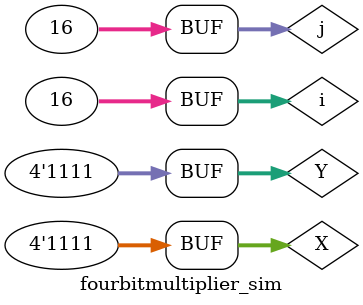
<source format=v>
`timescale 1ns / 1ps


module fourbitmultiplier_sim;
    reg [3:0] X;
    reg [3:0] Y;
    wire [7:0] P;
    
    //Unit under test
    fourbitmultiplier uut(.X(X[3:0]), .Y(Y[3:0]), .P(P[7:0]));
    
    //For loops used to test all posible inputs
    integer i, j;
    initial begin
        for (i=0; i<16; i=i+1)
        begin
            X=i;
            for (j=0; j<16; j=j+1)
            begin
                Y=j;
                #100;
            end
        end
    end
endmodule

</source>
